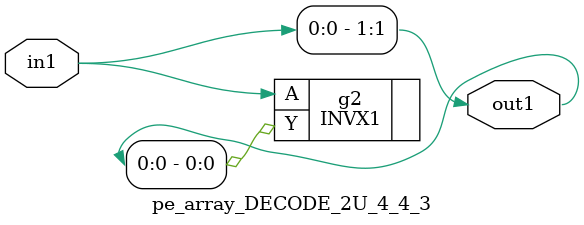
<source format=v>
`timescale 1ps / 1ps


module pe_array_DECODE_2U_4_4_3(in1, out1);
  input in1;
  output [1:0] out1;
  wire in1;
  wire [1:0] out1;
  assign out1[1] = in1;
  INVX1 g2(.A (in1), .Y (out1[0]));
endmodule



</source>
